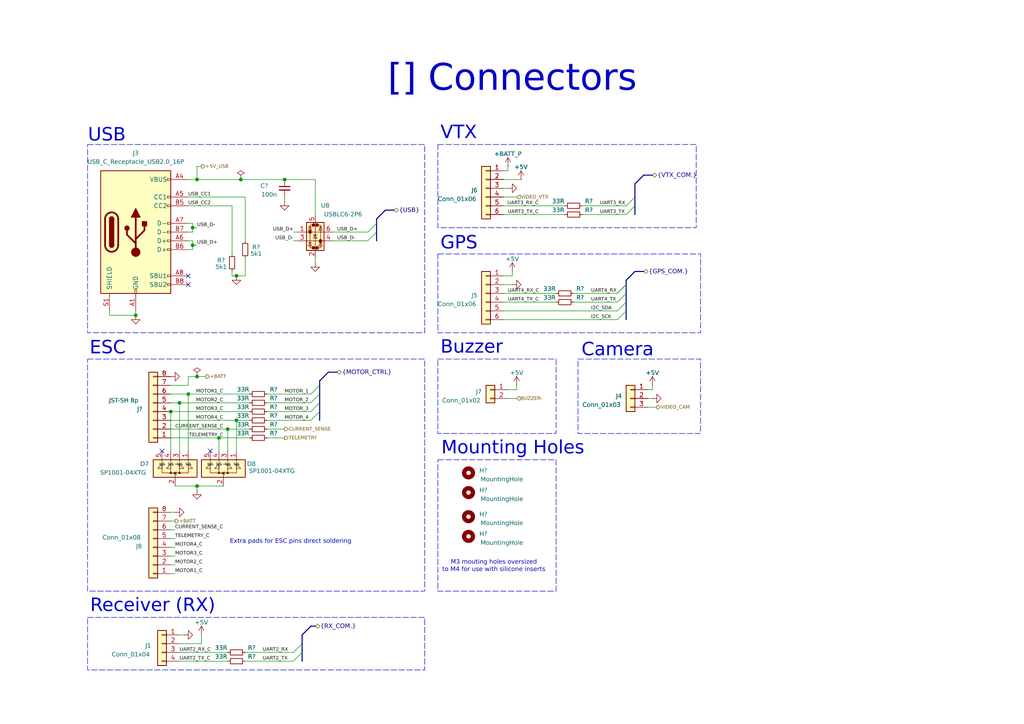
<source format=kicad_sch>
(kicad_sch (version 20231120) (generator "eeschema") (generator_version "8.0")
  (paper "A4")
  (title_block (title "Connectors") (date "2025-09-01") (rev "0.1"))
  (lib_symbols
    (symbol "+5V_1" (power) (pin_numbers hide) (pin_names (offset 0) hide)
      (property "Value" "+5V" (at 0 3.556 0))
      (symbol "+5V_1_0_1"
        (polyline (pts (xy -0.762 1.27) (xy 0 2.54)))
        (polyline (pts (xy 0 0) (xy 0 2.54)))
        (polyline (pts (xy 0 2.54) (xy 0.762 1.27)))
      )
      (symbol "+5V_1_1_1"
        (pin power_in line (at 0 0 90) (length 0) (name "~") (number "1"))
      )
    )
    (symbol "0_diode:SP1001-04XTG"
      (property "Reference" "D" (at 0 6.35 0))
      (property "Value" "SP1001-04XTG" (at 0 0 0))
      (symbol "SP1001-04XTG_0_1"
        (rectangle (start -6.35 2.54) (end 6.35 -2.54) (stroke (width 0.254)) (fill (type background)))
        (circle (center -1.27 -1.27) (radius 0.254) (fill (type outline)))
        (circle (center 0 -1.27) (radius 0.254) (fill (type outline)))
        (polyline (pts (xy -3.81 2.54) (xy -3.81 1.27)))
        (polyline (pts (xy -1.27 -1.27) (xy -1.27 1.27)))
        (polyline (pts (xy -1.27 1.27) (xy 0 1.27)))
        (polyline (pts (xy -1.27 2.54) (xy -1.27 1.27)))
        (polyline (pts (xy 0 -1.27) (xy 0 -2.54)))
        (polyline (pts (xy 1.27 2.54) (xy 1.27 1.27)))
        (polyline (pts (xy 3.81 2.54) (xy 3.81 1.27)))
        (polyline (pts (xy -0.635 1.27) (xy -2.032 1.27) (xy -2.032 1.016)))
        (polyline (pts (xy 3.81 1.27) (xy 3.81 -1.27) (xy 1.27 -1.27)))
        (polyline (pts (xy -4.572 1.016) (xy -4.572 1.27) (xy -3.175 1.27) (xy -3.048 1.27)))
        (polyline (pts (xy -3.81 1.27) (xy -3.81 -1.27) (xy 1.27 -1.27) (xy 1.27 1.27)))
        (polyline (pts (xy -3.81 1.27) (xy -3.81 0) (xy -5.08 0) (xy -3.81 1.27)))
        (polyline (pts (xy -1.27 0) (xy -2.54 0) (xy -1.27 1.27) (xy -1.27 0)))
        (polyline (pts (xy 0.508 1.016) (xy 0.508 1.27) (xy 1.905 1.27) (xy 2.032 1.27)))
        (polyline (pts (xy 1.27 1.27) (xy 1.27 0) (xy 2.54 0) (xy 1.27 1.27)))
        (polyline (pts (xy 3.048 1.016) (xy 3.048 1.27) (xy 4.445 1.27) (xy 4.572 1.27)))
        (polyline (pts (xy 3.81 1.27) (xy 3.81 0) (xy 5.08 0) (xy 3.81 1.27)))
        (circle (center 1.27 -1.27) (radius 0.254) (fill (type outline)))
      )
      (symbol "SP1001-04XTG_1_0"
        (pin passive line (at 0 -5.08 90) (length 2.54) (name "A") (number "2"))
      )
      (symbol "SP1001-04XTG_1_1"
        (pin passive line (at -3.81 5.08 270) (length 2.54) (name "K") (number "1"))
        (pin passive line (at -1.27 5.08 270) (length 2.54) (name "K") (number "3"))
        (pin passive line (at 1.27 5.08 270) (length 2.54) (name "K") (number "4"))
        (pin passive line (at 3.81 5.08 270) (length 2.54) (name "K") (number "5"))
      )
    )
    (symbol "0_power:+BATT_P" (power) (in_bom no) (on_board no)
      (property "Value" "+BATT_P" (at 0 1.27 0))
      (symbol "+BATT_P_0_1"
        (polyline (pts (xy -0.762 -1.27) (xy 0 0)))
        (polyline (pts (xy 0 -2.54) (xy 0 0)))
        (polyline (pts (xy 0 0) (xy 0.762 -1.27)))
      )
      (symbol "+BATT_P_1_1"
        (pin power_in line (at 0 -2.54 270) (length 0) hide (name "+BATT_P") (number ""))
      )
    )
    (symbol "Connector:USB_C_Receptacle_USB2.0_16P" (pin_names (offset 1.016))
      (property "Reference" "J" (at 0 22.225 0))
      (property "Value" "USB_C_Receptacle_USB2.0_16P" (at 0 19.685 0))
      (symbol "USB_C_Receptacle_USB2.0_16P_0_0"
        (rectangle (start -0.254 -17.78) (end 0.254 -16.764))
        (rectangle (start 10.16 -14.986) (end 9.144 -15.494))
        (rectangle (start 10.16 -12.446) (end 9.144 -12.954))
        (rectangle (start 10.16 -4.826) (end 9.144 -5.334))
        (rectangle (start 10.16 -2.286) (end 9.144 -2.794))
        (rectangle (start 10.16 0.254) (end 9.144 -0.254))
        (rectangle (start 10.16 2.794) (end 9.144 2.286))
        (rectangle (start 10.16 7.874) (end 9.144 7.366))
        (rectangle (start 10.16 10.414) (end 9.144 9.906))
        (rectangle (start 10.16 15.494) (end 9.144 14.986))
      )
      (symbol "USB_C_Receptacle_USB2.0_16P_0_1"
        (rectangle (start -10.16 17.78) (end 10.16 -17.78) (stroke (width 0.254)) (fill (type background)))
        (arc (start -8.89 -3.81) (mid -6.985 -5.7067) (end -5.08 -3.81) (stroke (width 0.508)))
        (arc (start -7.62 -3.81) (mid -6.985 -4.4423) (end -6.35 -3.81) (stroke (width 0.254)))
        (arc (start -7.62 -3.81) (mid -6.985 -4.4423) (end -6.35 -3.81) (stroke (width 0.254)) (fill (type outline)))
        (rectangle (start -7.62 -3.81) (end -6.35 3.81) (stroke (width 0.254)) (fill (type outline)))
        (arc (start -6.35 3.81) (mid -6.985 4.4423) (end -7.62 3.81) (stroke (width 0.254)))
        (arc (start -6.35 3.81) (mid -6.985 4.4423) (end -7.62 3.81) (stroke (width 0.254)) (fill (type outline)))
        (arc (start -5.08 3.81) (mid -6.985 5.7067) (end -8.89 3.81) (stroke (width 0.508)))
        (circle (center -2.54 1.143) (radius 0.635) (stroke (width 0.254)) (fill (type outline)))
        (circle (center 0 -5.842) (radius 1.27) (fill (type outline)))
        (polyline (pts (xy -8.89 -3.81) (xy -8.89 3.81)) (stroke (width 0.508)))
        (polyline (pts (xy -5.08 3.81) (xy -5.08 -3.81)) (stroke (width 0.508)))
        (polyline (pts (xy 0 -5.842) (xy 0 4.318)) (stroke (width 0.508)))
        (polyline (pts (xy 0 -3.302) (xy -2.54 -0.762) (xy -2.54 0.508)) (stroke (width 0.508)))
        (polyline (pts (xy 0 -2.032) (xy 2.54 0.508) (xy 2.54 1.778)) (stroke (width 0.508)))
        (polyline (pts (xy -1.27 4.318) (xy 0 6.858) (xy 1.27 4.318) (xy -1.27 4.318)) (stroke (width 0.254)) (fill (type outline)))
        (rectangle (start 1.905 1.778) (end 3.175 3.048) (stroke (width 0.254)) (fill (type outline)))
      )
      (symbol "USB_C_Receptacle_USB2.0_16P_1_1"
        (pin passive line (at 0 -22.86 90) (length 5.08) (name "GND") (number "A1"))
        (pin passive line (at 0 -22.86 90) (length 5.08) hide (name "GND") (number "A12"))
        (pin passive line (at 15.24 15.24 180) (length 5.08) (name "VBUS") (number "A4"))
        (pin bidirectional line (at 15.24 10.16 180) (length 5.08) (name "CC1") (number "A5"))
        (pin bidirectional line (at 15.24 -2.54 180) (length 5.08) (name "D+") (number "A6"))
        (pin bidirectional line (at 15.24 2.54 180) (length 5.08) (name "D-") (number "A7"))
        (pin bidirectional line (at 15.24 -12.7 180) (length 5.08) (name "SBU1") (number "A8"))
        (pin passive line (at 15.24 15.24 180) (length 5.08) hide (name "VBUS") (number "A9"))
        (pin passive line (at 0 -22.86 90) (length 5.08) hide (name "GND") (number "B1"))
        (pin passive line (at 0 -22.86 90) (length 5.08) hide (name "GND") (number "B12"))
        (pin passive line (at 15.24 15.24 180) (length 5.08) hide (name "VBUS") (number "B4"))
        (pin bidirectional line (at 15.24 7.62 180) (length 5.08) (name "CC2") (number "B5"))
        (pin bidirectional line (at 15.24 -5.08 180) (length 5.08) (name "D+") (number "B6"))
        (pin bidirectional line (at 15.24 0 180) (length 5.08) (name "D-") (number "B7"))
        (pin bidirectional line (at 15.24 -15.24 180) (length 5.08) (name "SBU2") (number "B8"))
        (pin passive line (at 15.24 15.24 180) (length 5.08) hide (name "VBUS") (number "B9"))
        (pin passive line (at -7.62 -22.86 90) (length 5.08) (name "SHIELD") (number "S1"))
      )
    )
    (symbol "Connector_Generic:Conn_01x02" (pin_names (offset 1.016) hide)
      (property "Reference" "J" (at 0 2.54 0))
      (property "Value" "Conn_01x02" (at 0 -5.08 0))
      (symbol "Conn_01x02_1_1"
        (rectangle (start -1.27 -2.413) (end 0 -2.667) (stroke (width 0.1524)))
        (rectangle (start -1.27 0.127) (end 0 -0.127) (stroke (width 0.1524)))
        (rectangle (start -1.27 1.27) (end 1.27 -3.81) (stroke (width 0.254)) (fill (type background)))
        (pin passive line (at -5.08 0 0) (length 3.81) (name "Pin_1") (number "1"))
        (pin passive line (at -5.08 -2.54 0) (length 3.81) (name "Pin_2") (number "2"))
      )
    )
    (symbol "Connector_Generic:Conn_01x03" (pin_names (offset 1.016) hide)
      (property "Reference" "J" (at 0 5.08 0))
      (property "Value" "Conn_01x03" (at 0 -5.08 0))
      (symbol "Conn_01x03_1_1"
        (rectangle (start -1.27 -2.413) (end 0 -2.667) (stroke (width 0.1524)))
        (rectangle (start -1.27 0.127) (end 0 -0.127) (stroke (width 0.1524)))
        (rectangle (start -1.27 2.667) (end 0 2.413) (stroke (width 0.1524)))
        (rectangle (start -1.27 3.81) (end 1.27 -3.81) (stroke (width 0.254)) (fill (type background)))
        (pin passive line (at -5.08 2.54 0) (length 3.81) (name "Pin_1") (number "1"))
        (pin passive line (at -5.08 0 0) (length 3.81) (name "Pin_2") (number "2"))
        (pin passive line (at -5.08 -2.54 0) (length 3.81) (name "Pin_3") (number "3"))
      )
    )
    (symbol "Connector_Generic:Conn_01x04" (pin_names (offset 1.016) hide)
      (property "Reference" "J" (at 0 5.08 0))
      (property "Value" "Conn_01x04" (at 0 -7.62 0))
      (symbol "Conn_01x04_1_1"
        (rectangle (start -1.27 -4.953) (end 0 -5.207) (stroke (width 0.1524)))
        (rectangle (start -1.27 -2.413) (end 0 -2.667) (stroke (width 0.1524)))
        (rectangle (start -1.27 0.127) (end 0 -0.127) (stroke (width 0.1524)))
        (rectangle (start -1.27 2.667) (end 0 2.413) (stroke (width 0.1524)))
        (rectangle (start -1.27 3.81) (end 1.27 -6.35) (stroke (width 0.254)) (fill (type background)))
        (pin passive line (at -5.08 2.54 0) (length 3.81) (name "Pin_1") (number "1"))
        (pin passive line (at -5.08 0 0) (length 3.81) (name "Pin_2") (number "2"))
        (pin passive line (at -5.08 -2.54 0) (length 3.81) (name "Pin_3") (number "3"))
        (pin passive line (at -5.08 -5.08 0) (length 3.81) (name "Pin_4") (number "4"))
      )
    )
    (symbol "Connector_Generic:Conn_01x06" (pin_names (offset 1.016) hide)
      (property "Reference" "J" (at 0 7.62 0))
      (property "Value" "Conn_01x06" (at 0 -10.16 0))
      (symbol "Conn_01x06_1_1"
        (rectangle (start -1.27 -7.493) (end 0 -7.747) (stroke (width 0.1524)))
        (rectangle (start -1.27 -4.953) (end 0 -5.207) (stroke (width 0.1524)))
        (rectangle (start -1.27 -2.413) (end 0 -2.667) (stroke (width 0.1524)))
        (rectangle (start -1.27 0.127) (end 0 -0.127) (stroke (width 0.1524)))
        (rectangle (start -1.27 2.667) (end 0 2.413) (stroke (width 0.1524)))
        (rectangle (start -1.27 5.207) (end 0 4.953) (stroke (width 0.1524)))
        (rectangle (start -1.27 6.35) (end 1.27 -8.89) (stroke (width 0.254)) (fill (type background)))
        (pin passive line (at -5.08 5.08 0) (length 3.81) (name "Pin_1") (number "1"))
        (pin passive line (at -5.08 2.54 0) (length 3.81) (name "Pin_2") (number "2"))
        (pin passive line (at -5.08 0 0) (length 3.81) (name "Pin_3") (number "3"))
        (pin passive line (at -5.08 -2.54 0) (length 3.81) (name "Pin_4") (number "4"))
        (pin passive line (at -5.08 -5.08 0) (length 3.81) (name "Pin_5") (number "5"))
        (pin passive line (at -5.08 -7.62 0) (length 3.81) (name "Pin_6") (number "6"))
      )
    )
    (symbol "Connector_Generic:Conn_01x08" (pin_names (offset 1.016) hide)
      (property "Reference" "J" (at 0 10.16 0))
      (property "Value" "Conn_01x08" (at 0 -12.7 0))
      (symbol "Conn_01x08_1_1"
        (rectangle (start -1.27 -10.033) (end 0 -10.287) (stroke (width 0.1524)))
        (rectangle (start -1.27 -7.493) (end 0 -7.747) (stroke (width 0.1524)))
        (rectangle (start -1.27 -4.953) (end 0 -5.207) (stroke (width 0.1524)))
        (rectangle (start -1.27 -2.413) (end 0 -2.667) (stroke (width 0.1524)))
        (rectangle (start -1.27 0.127) (end 0 -0.127) (stroke (width 0.1524)))
        (rectangle (start -1.27 2.667) (end 0 2.413) (stroke (width 0.1524)))
        (rectangle (start -1.27 5.207) (end 0 4.953) (stroke (width 0.1524)))
        (rectangle (start -1.27 7.747) (end 0 7.493) (stroke (width 0.1524)))
        (rectangle (start -1.27 8.89) (end 1.27 -11.43) (stroke (width 0.254)) (fill (type background)))
        (pin passive line (at -5.08 7.62 0) (length 3.81) (name "Pin_1") (number "1"))
        (pin passive line (at -5.08 5.08 0) (length 3.81) (name "Pin_2") (number "2"))
        (pin passive line (at -5.08 2.54 0) (length 3.81) (name "Pin_3") (number "3"))
        (pin passive line (at -5.08 0 0) (length 3.81) (name "Pin_4") (number "4"))
        (pin passive line (at -5.08 -2.54 0) (length 3.81) (name "Pin_5") (number "5"))
        (pin passive line (at -5.08 -5.08 0) (length 3.81) (name "Pin_6") (number "6"))
        (pin passive line (at -5.08 -7.62 0) (length 3.81) (name "Pin_7") (number "7"))
        (pin passive line (at -5.08 -10.16 0) (length 3.81) (name "Pin_8") (number "8"))
      )
    )
    (symbol "Device:C_Small" (pin_numbers hide) (pin_names (offset 0.254) hide)
      (property "Reference" "C" (at 0.254 1.778 0))
      (property "Value" "C_Small" (at 0.254 -2.032 0))
      (symbol "C_Small_0_1"
        (polyline (pts (xy -1.524 -0.508) (xy 1.524 -0.508)) (stroke (width 0.3302)))
        (polyline (pts (xy -1.524 0.508) (xy 1.524 0.508)) (stroke (width 0.3048)))
      )
      (symbol "C_Small_1_1"
        (pin passive line (at 0 2.54 270) (length 2.032) (name "~") (number "1"))
        (pin passive line (at 0 -2.54 90) (length 2.032) (name "~") (number "2"))
      )
    )
    (symbol "Device:R_Small" (pin_numbers hide) (pin_names (offset 0.254) hide)
      (property "Reference" "R" (at 0.762 0.508 0))
      (property "Value" "R_Small" (at 0.762 -1.016 0))
      (symbol "R_Small_0_1"
        (rectangle (start -0.762 1.778) (end 0.762 -1.778) (stroke (width 0.2032)))
      )
      (symbol "R_Small_1_1"
        (pin passive line (at 0 2.54 270) (length 0.762) (name "~") (number "1"))
        (pin passive line (at 0 -2.54 90) (length 0.762) (name "~") (number "2"))
      )
    )
    (symbol "GND_1" (power) (pin_numbers hide) (pin_names (offset 0) hide)
      (property "Value" "GND" (at 0 -3.81 0))
      (symbol "GND_1_0_1"
        (polyline (pts (xy 0 0) (xy 0 -1.27) (xy 1.27 -1.27) (xy 0 -2.54) (xy -1.27 -1.27) (xy 0 -1.27)))
      )
      (symbol "GND_1_1_1"
        (pin power_in line (at 0 0 270) (length 0) (name "~") (number "1"))
      )
    )
    (symbol "Mechanical:MountingHole" (pin_names (offset 1.016))
      (property "Reference" "H" (at 0 5.08 0))
      (property "Value" "MountingHole" (at 0 3.175 0))
      (symbol "MountingHole_0_1"
        (circle (center 0 0) (radius 1.27) (stroke (width 1.27)))
      )
    )
    (symbol "Power_Protection:USBLC6-2P6" (pin_names hide)
      (property "Reference" "U" (at 0.635 5.715 0))
      (property "Value" "USBLC6-2P6" (at 0.635 3.81 0))
      (symbol "USBLC6-2P6_0_0"
        (circle (center -1.524 0) (radius 0.0001) (stroke (width 0.508)))
        (circle (center -0.508 -4.572) (radius 0.0001) (stroke (width 0.508)))
        (circle (center -0.508 2.032) (radius 0.0001) (stroke (width 0.508)))
        (circle (center 0.508 -4.572) (radius 0.0001) (stroke (width 0.508)))
        (circle (center 0.508 2.032) (radius 0.0001) (stroke (width 0.508)))
        (circle (center 1.524 -2.54) (radius 0.0001) (stroke (width 0.508)))
      )
      (symbol "USBLC6-2P6_0_1"
        (polyline (pts (xy -2.54 -2.54) (xy 2.54 -2.54)))
        (polyline (pts (xy -2.54 0) (xy 2.54 0)))
        (polyline (pts (xy -2.032 -3.048) (xy -1.016 -3.048)))
        (polyline (pts (xy -1.016 1.524) (xy -2.032 1.524)))
        (polyline (pts (xy 1.016 -3.048) (xy 2.032 -3.048)))
        (polyline (pts (xy 1.016 1.524) (xy 2.032 1.524)))
        (polyline (pts (xy -0.508 -1.143) (xy -0.508 -0.762) (xy 0.508 -0.762)))
        (polyline (pts (xy -2.032 0.508) (xy -1.016 0.508) (xy -1.524 1.524) (xy -2.032 0.508)))
        (polyline (pts (xy -1.016 -4.064) (xy -2.032 -4.064) (xy -1.524 -3.048) (xy -1.016 -4.064)))
        (polyline (pts (xy 0.508 -1.778) (xy -0.508 -1.778) (xy 0 -0.762) (xy 0.508 -1.778)))
        (polyline (pts (xy 2.032 -4.064) (xy 1.016 -4.064) (xy 1.524 -3.048) (xy 2.032 -4.064)))
        (polyline (pts (xy 2.032 0.508) (xy 1.016 0.508) (xy 1.524 1.524) (xy 2.032 0.508)))
        (polyline (pts (xy 0 2.54) (xy -0.508 2.032) (xy 0.508 2.032) (xy 0 1.524) (xy 0 -4.064) (xy -0.508 -4.572) (xy 0.508 -4.572) (xy 0 -5.08)))
      )
      (symbol "USBLC6-2P6_1_1"
        (rectangle (start -2.54 2.794) (end 2.54 -5.334) (stroke (width 0.254)) (fill (type background)))
        (polyline (pts (xy -0.508 2.032) (xy -1.524 2.032) (xy -1.524 -4.572) (xy -0.508 -4.572)))
        (polyline (pts (xy 0.508 -4.572) (xy 1.524 -4.572) (xy 1.524 2.032) (xy 0.508 2.032)))
        (pin passive line (at -5.08 0 0) (length 2.54) (name "I/O1") (number "1"))
        (pin passive line (at 0 -7.62 90) (length 2.54) (name "GND") (number "2"))
        (pin passive line (at -5.08 -2.54 0) (length 2.54) (name "I/O2") (number "3"))
        (pin passive line (at 5.08 -2.54 180) (length 2.54) (name "I/O2") (number "4"))
        (pin passive line (at 0 5.08 270) (length 2.54) (name "VBUS") (number "5"))
        (pin passive line (at 5.08 0 180) (length 2.54) (name "I/O1") (number "6"))
      )
    )
    (symbol "power:PWR_FLAG" (power) (pin_numbers hide) (pin_names (offset 0) hide)
      (property "Value" "PWR_FLAG" (at 0 3.81 0))
      (symbol "PWR_FLAG_0_0"
        (pin power_out line (at 0 0 90) (length 0) (name "~") (number "1"))
      )
      (symbol "PWR_FLAG_0_1"
        (polyline (pts (xy 0 0) (xy 0 1.27) (xy -1.016 1.905) (xy 0 2.54) (xy 1.016 1.905) (xy 0 1.27)))
      )
    )
  )
  (bus_alias "GPS_COM." (members "I2C_SDA" "I2C_SCK" "UART4_RX" "UART4_TX"))
  (bus_alias "MOTOR_CTRL" (members "MOTOR_1" "MOTOR_2" "MOTOR_3" "MOTOR_4"))
  (bus_alias "RX_COM." (members "UART2_RX" "UART2_TX"))
  (bus_alias "USB" (members "USB_D+" "USB_D-"))
  (bus_alias "VTX_COM." (members "UART3_RX" "UART3_TX"))
  (junction (at 82.55 52.07))
  (junction (at 39.37 91.44))
  (junction (at 49.53 119.38))
  (junction (at 63.5 127))
  (junction (at 68.58 80.01))
  (junction (at 66.04 124.46))
  (junction (at 57.15 109.22))
  (junction (at 57.15 52.07))
  (junction (at 68.58 121.92))
  (junction (at 55.88 66.04))
  (junction (at 54.61 114.3))
  (junction (at 69.85 52.07))
  (junction (at 52.07 116.84))
  (junction (at 57.15 140.97))
  (junction (at 55.88 71.12))
  (no_connect (at 54.61 80.01))
  (no_connect (at 46.99 130.81))
  (no_connect (at 60.96 130.81))
  (no_connect (at 54.61 82.55))
  (bus_entry (at 92.71 111.76) (size -2.54 2.54))
  (bus_entry (at 87.63 189.23) (size -2.54 2.54))
  (bus_entry (at 87.63 186.69) (size -2.54 2.54))
  (bus_entry (at 184.15 57.15) (size -2.54 2.54))
  (bus_entry (at 181.61 82.55) (size -2.54 2.54))
  (bus_entry (at 181.61 85.09) (size -2.54 2.54))
  (bus_entry (at 109.22 67.31) (size -2.54 2.54))
  (bus_entry (at 181.61 90.17) (size -2.54 2.54))
  (bus_entry (at 92.71 116.84) (size -2.54 2.54))
  (bus_entry (at 181.61 82.55) (size -2.54 2.54))
  (bus_entry (at 92.71 114.3) (size -2.54 2.54))
  (bus_entry (at 92.71 119.38) (size -2.54 2.54))
  (bus_entry (at 109.22 64.77) (size -2.54 2.54))
  (bus_entry (at 184.15 59.69) (size -2.54 2.54))
  (bus_entry (at 181.61 87.63) (size -2.54 2.54))
  (bus (pts (xy 109.22 64.77) (xy 109.22 67.31)))
  (bus (pts (xy 95.25 107.95) (xy 97.79 107.95)))
  (wire (pts (xy 55.88 67.31) (xy 55.88 66.04)))
  (bus (pts (xy 184.15 78.74) (xy 186.69 78.74)))
  (wire (pts (xy 68.58 80.01) (xy 71.12 80.01)))
  (wire (pts (xy 49.53 158.75) (xy 50.8 158.75)))
  (wire (pts (xy 77.47 114.3) (xy 90.17 114.3)))
  (wire (pts (xy 72.39 121.92) (xy 68.58 121.92)))
  (wire (pts (xy 49.53 166.37) (xy 50.8 166.37)))
  (wire (pts (xy 31.75 91.44) (xy 39.37 91.44)))
  (wire (pts (xy 147.32 48.26) (xy 147.32 49.53)))
  (bus (pts (xy 184.15 57.15) (xy 184.15 59.69)))
  (wire (pts (xy 54.61 114.3) (xy 72.39 114.3)))
  (bus (pts (xy 184.15 78.74) (xy 181.61 81.28)))
  (wire (pts (xy 85.09 69.85) (xy 86.36 69.85)))
  (wire (pts (xy 146.05 80.01) (xy 148.59 80.01)))
  (wire (pts (xy 77.47 121.92) (xy 90.17 121.92)))
  (wire (pts (xy 57.15 48.26) (xy 57.15 52.07)))
  (wire (pts (xy 54.61 69.85) (xy 55.88 69.85)))
  (wire (pts (xy 49.53 161.29) (xy 50.8 161.29)))
  (wire (pts (xy 52.07 189.23) (xy 66.04 189.23)))
  (wire (pts (xy 57.15 52.07) (xy 69.85 52.07)))
  (wire (pts (xy 151.13 52.07) (xy 146.05 52.07)))
  (wire (pts (xy 67.31 73.66) (xy 67.31 59.69)))
  (wire (pts (xy 148.59 82.55) (xy 146.05 82.55)))
  (bus (pts (xy 92.71 114.3) (xy 92.71 116.84)))
  (wire (pts (xy 146.05 87.63) (xy 161.29 87.63)))
  (wire (pts (xy 147.32 54.61) (xy 146.05 54.61)))
  (wire (pts (xy 53.34 184.15) (xy 52.07 184.15)))
  (wire (pts (xy 146.05 90.17) (xy 179.07 90.17)))
  (wire (pts (xy 77.47 124.46) (xy 82.55 124.46)))
  (wire (pts (xy 166.37 87.63) (xy 179.07 87.63)))
  (wire (pts (xy 54.61 114.3) (xy 49.53 114.3)))
  (wire (pts (xy 57.15 109.22) (xy 59.69 109.22)))
  (wire (pts (xy 168.91 62.23) (xy 181.61 62.23)))
  (wire (pts (xy 187.96 113.03) (xy 189.23 113.03)))
  (wire (pts (xy 63.5 127) (xy 72.39 127)))
  (wire (pts (xy 146.05 85.09) (xy 161.29 85.09)))
  (wire (pts (xy 149.86 113.03) (xy 147.32 113.03)))
  (wire (pts (xy 49.53 111.76) (xy 54.61 111.76)))
  (wire (pts (xy 71.12 189.23) (xy 85.09 189.23)))
  (wire (pts (xy 91.44 74.93) (xy 91.44 76.2)))
  (wire (pts (xy 67.31 80.01) (xy 68.58 80.01)))
  (bus (pts (xy 109.22 67.31) (xy 109.22 69.85)))
  (wire (pts (xy 146.05 59.69) (xy 163.83 59.69)))
  (wire (pts (xy 68.58 121.92) (xy 68.58 130.81)))
  (bus (pts (xy 186.69 50.8) (xy 189.23 50.8)))
  (bus (pts (xy 90.17 181.61) (xy 91.44 181.61)))
  (bus (pts (xy 181.61 85.09) (xy 181.61 87.63)))
  (wire (pts (xy 55.88 66.04) (xy 57.15 66.04)))
  (wire (pts (xy 57.15 140.97) (xy 57.15 142.24)))
  (bus (pts (xy 181.61 87.63) (xy 181.61 90.17)))
  (wire (pts (xy 55.88 71.12) (xy 55.88 69.85)))
  (wire (pts (xy 49.53 127) (xy 63.5 127)))
  (bus (pts (xy 181.61 90.17) (xy 181.61 92.71)))
  (wire (pts (xy 82.55 58.42) (xy 82.55 57.15)))
  (wire (pts (xy 49.53 124.46) (xy 66.04 124.46)))
  (wire (pts (xy 31.75 90.17) (xy 31.75 91.44)))
  (wire (pts (xy 49.53 121.92) (xy 68.58 121.92)))
  (wire (pts (xy 148.59 80.01) (xy 148.59 78.74)))
  (wire (pts (xy 54.61 109.22) (xy 57.15 109.22)))
  (bus (pts (xy 109.22 63.5) (xy 109.22 64.77)))
  (wire (pts (xy 69.85 52.07) (xy 82.55 52.07)))
  (bus (pts (xy 87.63 186.69) (xy 87.63 189.23)))
  (bus (pts (xy 186.69 50.8) (xy 184.15 53.34)))
  (wire (pts (xy 54.61 67.31) (xy 55.88 67.31)))
  (wire (pts (xy 96.52 69.85) (xy 106.68 69.85)))
  (wire (pts (xy 57.15 140.97) (xy 50.8 140.97)))
  (bus (pts (xy 181.61 82.55) (xy 181.61 85.09)))
  (bus (pts (xy 111.76 60.96) (xy 109.22 63.5)))
  (wire (pts (xy 189.23 113.03) (xy 189.23 111.76)))
  (wire (pts (xy 39.37 90.17) (xy 39.37 91.44)))
  (wire (pts (xy 146.05 62.23) (xy 163.83 62.23)))
  (wire (pts (xy 77.47 116.84) (xy 90.17 116.84)))
  (wire (pts (xy 85.09 67.31) (xy 86.36 67.31)))
  (wire (pts (xy 77.47 119.38) (xy 90.17 119.38)))
  (wire (pts (xy 146.05 57.15) (xy 149.86 57.15)))
  (wire (pts (xy 49.53 148.59) (xy 50.8 148.59)))
  (wire (pts (xy 166.37 85.09) (xy 179.07 85.09)))
  (wire (pts (xy 52.07 186.69) (xy 58.42 186.69)))
  (wire (pts (xy 66.04 124.46) (xy 72.39 124.46)))
  (wire (pts (xy 52.07 116.84) (xy 49.53 116.84)))
  (wire (pts (xy 187.96 118.11) (xy 190.5 118.11)))
  (bus (pts (xy 87.63 189.23) (xy 87.63 191.77)))
  (wire (pts (xy 146.05 49.53) (xy 147.32 49.53)))
  (wire (pts (xy 55.88 66.04) (xy 55.88 64.77)))
  (bus (pts (xy 87.63 184.15) (xy 87.63 186.69)))
  (wire (pts (xy 54.61 64.77) (xy 55.88 64.77)))
  (wire (pts (xy 55.88 72.39) (xy 55.88 71.12)))
  (wire (pts (xy 49.53 151.13) (xy 50.8 151.13)))
  (wire (pts (xy 82.55 52.07) (xy 91.44 52.07)))
  (wire (pts (xy 57.15 48.26) (xy 58.42 48.26)))
  (bus (pts (xy 184.15 53.34) (xy 184.15 57.15)))
  (bus (pts (xy 181.61 81.28) (xy 181.61 82.55)))
  (bus (pts (xy 111.76 60.96) (xy 114.3 60.96)))
  (wire (pts (xy 52.07 191.77) (xy 66.04 191.77)))
  (wire (pts (xy 71.12 74.93) (xy 71.12 80.01)))
  (wire (pts (xy 55.88 71.12) (xy 57.15 71.12)))
  (wire (pts (xy 54.61 72.39) (xy 55.88 72.39)))
  (wire (pts (xy 52.07 116.84) (xy 72.39 116.84)))
  (bus (pts (xy 92.71 116.84) (xy 92.71 119.38)))
  (wire (pts (xy 49.53 153.67) (xy 50.8 153.67)))
  (wire (pts (xy 149.86 111.76) (xy 149.86 113.03)))
  (bus (pts (xy 92.71 119.38) (xy 92.71 121.92)))
  (wire (pts (xy 52.07 116.84) (xy 52.07 130.81)))
  (bus (pts (xy 95.25 107.95) (xy 92.71 110.49)))
  (wire (pts (xy 63.5 127) (xy 63.5 130.81)))
  (wire (pts (xy 71.12 57.15) (xy 71.12 69.85)))
  (wire (pts (xy 67.31 78.74) (xy 67.31 80.01)))
  (wire (pts (xy 147.32 115.57) (xy 149.86 115.57)))
  (wire (pts (xy 49.53 156.21) (xy 50.8 156.21)))
  (bus (pts (xy 92.71 110.49) (xy 92.71 111.76)))
  (wire (pts (xy 49.53 119.38) (xy 49.53 130.81)))
  (wire (pts (xy 49.53 163.83) (xy 50.8 163.83)))
  (bus (pts (xy 92.71 111.76) (xy 92.71 114.3)))
  (bus (pts (xy 90.17 181.61) (xy 87.63 184.15)))
  (wire (pts (xy 77.47 127) (xy 82.55 127)))
  (wire (pts (xy 168.91 59.69) (xy 181.61 59.69)))
  (wire (pts (xy 64.77 140.97) (xy 57.15 140.97)))
  (wire (pts (xy 66.04 124.46) (xy 66.04 130.81)))
  (wire (pts (xy 54.61 57.15) (xy 71.12 57.15)))
  (wire (pts (xy 187.96 115.57) (xy 189.23 115.57)))
  (wire (pts (xy 54.61 109.22) (xy 54.61 111.76)))
  (wire (pts (xy 49.53 119.38) (xy 72.39 119.38)))
  (wire (pts (xy 57.15 52.07) (xy 54.61 52.07)))
  (wire (pts (xy 67.31 59.69) (xy 54.61 59.69)))
  (wire (pts (xy 91.44 52.07) (xy 91.44 62.23)))
  (wire (pts (xy 146.05 92.71) (xy 179.07 92.71)))
  (wire (pts (xy 58.42 186.69) (xy 58.42 184.15)))
  (bus (pts (xy 184.15 59.69) (xy 184.15 62.23)))
  (wire (pts (xy 96.52 67.31) (xy 106.68 67.31)))
  (wire (pts (xy 54.61 114.3) (xy 54.61 130.81)))
  (wire (pts (xy 71.12 191.77) (xy 85.09 191.77)))
  (rectangle (start 25.4 179.07) (end 123.19 194.31) (stroke (width 0) (type dash)))
  (rectangle (start 127 41.91) (end 201.93 66.04) (stroke (width 0) (type dash)))
  (rectangle (start 25.4 104.14) (end 123.19 171.45) (stroke (width 0) (type dash)))
  (rectangle (start 127 73.66) (end 203.2 96.52) (stroke (width 0) (type dash)))
  (rectangle (start 127 133.35) (end 161.29 171.45) (stroke (width 0) (type dash)))
  (rectangle (start 167.64 104.14) (end 203.2 125.73) (stroke (width 0) (type dash)))
  (rectangle (start 127 104.14) (end 161.29 125.73) (stroke (width 0) (type dash)))
  (rectangle (start 25.4 41.91) (end 123.19 96.52) (stroke (width 0) (type dash)))
  (text_box "[${#}] ${TITLE}" (at 11.43 12.7 0) (size 274.32 22.86) (stroke (width -0.0001)) (effects (font (size 7.62 7.62)) (justify top)))
  (text "Camera" (at 168.656 104.902 0) (effects (font (size 3.81 3.81) (thickness 0.4763)) (justify left bottom)))
  (text "M3 mouting holes oversized \nto M4 for use with silicone inserts " (at 143.51 164.592 0) (effects (font (size 1.27 1.27))))
  (text "Mounting Holes" (at 128.016 133.35 0) (effects (font (size 3.81 3.81) (thickness 0.4763)) (justify left bottom)))
  (text "Receiver (RX)" (at 26.162 179.07 0) (effects (font (size 3.81 3.81) (thickness 0.4763)) (justify left bottom)))
  (text "ESC" (at 31.242 102.108 0) (effects (font (size 3.81 3.81))))
  (text "Buzzer" (at 127.762 104.14 0) (effects (font (size 3.81 3.81) (thickness 0.4763)) (justify left bottom)))
  (text "VTX" (at 127.762 41.91 0) (effects (font (size 3.81 3.81) (thickness 0.5)) (justify left bottom)))
  (text "Extra pads for ESC pins direct soldering " (at 84.582 157.48 0) (effects (font (size 1.27 1.27))))
  (text "GPS" (at 127.762 73.914 0) (effects (font (size 3.81 3.81) (thickness 0.4763)) (justify left bottom)))
  (text "USB" (at 30.988 40.386 0) (effects (font (size 3.81 3.81))))
  (label "I2C_SCK" (at 171.45 92.71 0) (effects (font (size 1.016 1.016))))
  (label "UART2_RX" (at 76.2 189.23 0) (effects (font (size 1.016 1.016))))
  (label "I2C_SDA" (at 171.45 90.17 0) (effects (font (size 1.016 1.016))))
  (label "UART4_RX" (at 171.45 85.09 0) (effects (font (size 1.016 1.016))))
  (label "MOTOR2_C" (at 50.8 163.83 0) (effects (font (size 1.016 1.016))))
  (label "USB_D-" (at 97.79 69.85 0) (effects (font (size 1.016 1.016))))
  (label "MOTOR_2" (at 82.55 116.84 0) (effects (font (size 1.016 1.016))))
  (label "UART2_TX_C" (at 52.07 191.77 0) (effects (font (size 1.016 1.016))))
  (label "UART2_RX_C" (at 52.07 189.23 0) (effects (font (size 1.016 1.016))))
  (label "CURRENT_SENSE_C" (at 50.8 153.67 0) (effects (font (size 1.016 1.016))))
  (label "MOTOR3_C" (at 64.77 119.38 180) (effects (font (size 1.016 1.016))))
  (label "UART4_TX_C" (at 147.32 87.63 0) (effects (font (size 1.016 1.016))))
  (label "MOTOR_4" (at 82.55 121.92 0) (effects (font (size 1.016 1.016))))
  (label "MOTOR_3" (at 82.55 119.38 0) (effects (font (size 1.016 1.016))))
  (label "USB_D+" (at 57.15 71.12 0) (effects (font (size 1.016 1.016))))
  (label "UART4_TX" (at 171.45 87.63 0) (effects (font (size 1.016 1.016))))
  (label "UART3_RX_C" (at 156.21 59.69 180) (effects (font (size 1.016 1.016))))
  (label "USB_CC1" (at 54.61 57.15 0) (effects (font (size 1.016 1.016))))
  (label "UART3_RX" (at 173.99 59.69 0) (effects (font (size 1.016 1.016))))
  (label "UART3_TX_C" (at 156.21 62.23 180) (effects (font (size 1.016 1.016))))
  (label "USB_D-" (at 57.15 66.04 0) (effects (font (size 1.016 1.016))))
  (label "MOTOR2_C" (at 64.77 116.84 180) (effects (font (size 1.016 1.016))))
  (label "CURRENT_SENSE_C" (at 64.77 124.46 180) (effects (font (size 1.016 1.016))))
  (label "TELEMETRY_C" (at 50.8 156.21 0) (effects (font (size 1.016 1.016))))
  (label "MOTOR4_C" (at 64.77 121.92 180) (effects (font (size 1.016 1.016))))
  (label "UART3_TX" (at 173.99 62.23 0) (effects (font (size 1.016 1.016))))
  (label "USB_CC2" (at 54.61 59.69 0) (effects (font (size 1.016 1.016))))
  (label "USB_D+" (at 85.09 67.31 180) (effects (font (size 1.016 1.016))))
  (label "MOTOR1_C" (at 64.77 114.3 180) (effects (font (size 1.016 1.016))))
  (label "MOTOR1_C" (at 50.8 166.37 0) (effects (font (size 1.016 1.016))))
  (label "MOTOR_1" (at 82.55 114.3 0) (effects (font (size 1.016 1.016))))
  (label "TELEMETRY_C" (at 64.77 127 180) (effects (font (size 1.016 1.016))))
  (label "USB_D-" (at 85.09 69.85 180) (effects (font (size 1.016 1.016))))
  (label "MOTOR4_C" (at 50.8 158.75 0) (effects (font (size 1.016 1.016))))
  (label "UART4_RX_C" (at 147.32 85.09 0) (effects (font (size 1.016 1.016))))
  (label "MOTOR3_C" (at 50.8 161.29 0) (effects (font (size 1.016 1.016))))
  (label "USB_D+" (at 97.79 67.31 0) (effects (font (size 1.016 1.016))))
  (label "UART2_TX" (at 76.2 191.77 0) (effects (font (size 1.016 1.016))))
  (hierarchical_label "VIDEO_CAM" (shape output) (at 190.5 118.11 0) (effects (font (size 1.016 1.016))))
  (hierarchical_label "{MOTOR_CTRL}" (shape bidirectional) (at 97.79 107.95 0))
  (hierarchical_label "TELEMETRY" (shape output) (at 82.55 127 0) (effects (font (size 1.016 1.016))))
  (hierarchical_label "VIDEO_VTX" (shape input) (at 149.86 57.15 0) (effects (font (size 1.016 1.016))))
  (hierarchical_label "BUZZER-" (shape input) (at 149.86 115.57 0) (effects (font (size 1.016 1.016))))
  (hierarchical_label "+BATT" (shape output) (at 59.69 109.22 0) (effects (font (size 1.016 1.016))))
  (hierarchical_label "{GPS_COM.}" (shape bidirectional) (at 186.69 78.74 0))
  (hierarchical_label "+BATT" (shape output) (at 50.8 151.13 0) (effects (font (size 1.016 1.016))))
  (hierarchical_label "+5V_USB" (shape output) (at 58.42 48.26 0) (effects (font (size 1.016 1.016))))
  (hierarchical_label "{USB}" (shape bidirectional) (at 114.3 60.96 0))
  (hierarchical_label "CURRENT_SENSE" (shape output) (at 82.55 124.46 0) (effects (font (size 1.016 1.016))))
  (hierarchical_label "{VTX_COM.}" (shape bidirectional) (at 189.23 50.8 0))
  (hierarchical_label "{RX_COM.}" (shape bidirectional) (at 91.44 181.61 0))
  (symbol (lib_id "power:PWR_FLAG") (at 69.85 52.07 0) (unit 1)
    (property "Reference" "#FLG03" (effects (hide yes)))
    (property "Value" "PWR_FLAG" (effects (hide yes)))
    (property "Description" "Special symbol for telling ERC where power comes from" (effects (hide yes)))
  )
  (symbol (lib_name "GND_1") (lib_id "power:GND") (at 39.37 91.44 0) (unit 1)
    (property "Reference" "#PWR045" (effects (hide yes)))
    (property "Value" "GND" (effects (hide yes)))
    (property "Description" "Power symbol creates a global label with name \"GND\" , ground" (effects (hide yes)))
  )
  (symbol (lib_id "Connector_Generic:Conn_01x02") (at 142.24 113.03 0) (mirror y) (unit 1) (in_bom no)
    (property "Reference" "J7" (at 139.7 113.665 0) (effects (justify left)))
    (property "Value" "Conn_01x02" (at 139.7 116.205 0) (effects (justify left)))
    (property "Footprint" "0_connector:SolderWirePads-2x1" (effects (hide yes)))
  )
  (symbol (lib_name "GND_1") (lib_id "power:GND") (at 147.32 54.61 90) (unit 1)
    (property "Reference" "#PWR050" (effects (hide yes)))
    (property "Value" "GND" (effects (hide yes)))
    (property "Description" "Power symbol creates a global label with name \"GND\" , ground" (effects (hide yes)))
  )
  (symbol (lib_id "Mechanical:MountingHole") (at 135.89 137.16 0) (unit 1) (in_bom no)
    (property "Reference" "H?" (at 139.065 136.525 0) (effects (justify left)))
    (property "Value" "MountingHole" (at 139.065 139.065 0) (effects (justify left)))
    (property "Footprint" "MountingHole:MountingHole_4.3mm_M4" (effects (hide yes)))
    (instances (project "FlightController" (path "" (reference "H?") (unit 1)) (path "" (reference "H1") (unit 1))))
  )
  (symbol (lib_name "GND_1") (lib_id "power:GND") (at 53.34 184.15 90) (unit 1)
    (property "Reference" "#PWR041" (effects (hide yes)))
    (property "Value" "GND" (effects (hide yes)))
    (property "Description" "Power symbol creates a global label with name \"GND\" , ground" (effects (hide yes)))
  )
  (symbol (lib_id "Device:R_Small") (at 68.58 189.23 270) (mirror x) (unit 1)
    (property "Reference" "R?" (at 73.025 187.96 90))
    (property "Value" "33R" (at 64.135 187.96 90))
    (property "Footprint" "Resistor_SMD:R_0402_1005Metric" (effects (hide yes)))
    (property "Description" "Thick Film Resistors - SMD 1/16watt 33ohms 1% 100ppm" (effects (hide yes)))
    (property "Manufacturer" "Vishay / Dale" (effects (hide yes)))
    (property "Mfr Part Number" "CRCW040220K0FKED" (effects (hide yes)))
    (instances (project "FlightController" (path "" (reference "R?") (unit 1)) (path "" (reference "R33") (unit 1))))
  )
  (symbol (lib_id "Connector_Generic:Conn_01x08") (at 44.45 158.75 180) (unit 1)
    (property "Reference" "J8" (at 41.148 158.496 0) (effects (justify left)))
    (property "Value" "Conn_01x08" (at 41.148 155.956 0) (effects (justify left)))
    (property "Footprint" "0_connector:SolderWirePads-2x4" (effects (hide yes)))
  )
  (symbol (lib_id "power:PWR_FLAG") (at 57.15 109.22 0) (unit 1)
    (property "Reference" "#FLG04" (effects (hide yes)))
    (property "Value" "PWR_FLAG" (effects (hide yes)))
    (property "Description" "Special symbol for telling ERC where power comes from" (effects (hide yes)))
  )
  (symbol (lib_id "Device:R_Small") (at 71.12 72.39 180) (unit 1)
    (property "Reference" "R?" (at 74.295 71.755 0))
    (property "Value" "5k1" (at 74.295 73.66 0))
    (property "Footprint" "Resistor_SMD:R_0402_1005Metric" (effects (hide yes)))
    (property "Description" "Thick Film Resistors - SMD 1/16watt 5.1Kohms 1%" (effects (hide yes)))
    (property "Manufacturer" "Vishay / Dale" (effects (hide yes)))
    (property "Mfr Part Number" "CRCW04025K10FKED" (effects (hide yes)))
    (instances (project "FlightController" (path "" (reference "R?") (unit 1)) (path "" (reference "R26") (unit 1))))
  )
  (symbol (lib_id "0_power:+BATT_P") (at 147.32 45.72 0) (unit 1) (in_bom no) (on_board no)
    (property "Reference" "#PWR063" (effects (hide yes)))
    (property "Value" "+BATT_P" (at 147.32 44.704 0))
    (property "Description" "Power symbol creates a global label with name \"+BATT_P\"" (effects (hide yes)))
  )
  (symbol (lib_name "GND_1") (lib_id "power:GND") (at 189.23 115.57 90) (unit 1)
    (property "Reference" "#PWR046" (effects (hide yes)))
    (property "Value" "GND" (effects (hide yes)))
    (property "Description" "Power symbol creates a global label with name \"GND\" , ground" (effects (hide yes)))
  )
  (symbol (lib_id "Power_Protection:USBLC6-2P6") (at 91.44 67.31 0) (unit 1)
    (property "Reference" "U8" (at 93.0911 59.69 0) (effects (justify left)))
    (property "Value" "USBLC6-2P6" (at 93.0911 62.23 0) (effects (justify left)))
    (property "Footprint" "Package_TO_SOT_SMD:SOT-666" (effects (hide yes)))
    (property "Datasheet" "https://www.st.com/resource/en/datasheet/usblc6-2.pdf" (effects (hide yes)))
    (property "Description" "Very low capacitance ESD protection diode, 2 data-line, SOT-666" (effects (hide yes)))
    (property "Manufacturer" "STMicroelectronics" (effects (hide yes)))
    (property "Mfr Part Number" "USBLC6-2P6" (effects (hide yes)))
  )
  (symbol (lib_id "Device:R_Small") (at 74.93 119.38 270) (mirror x) (unit 1)
    (property "Reference" "R?" (at 79.375 118.11 90))
    (property "Value" "33R" (at 70.485 118.11 90))
    (property "Footprint" "Resistor_SMD:R_0402_1005Metric" (effects (hide yes)))
    (property "Description" "Thick Film Resistors - SMD 1/16watt 33ohms 1% 100ppm" (effects (hide yes)))
    (property "Manufacturer" "Vishay / Dale" (effects (hide yes)))
    (property "Mfr Part Number" "CRCW040220K0FKED" (effects (hide yes)))
    (instances (project "FlightController" (path "" (reference "R?") (unit 1)) (path "" (reference "R29") (unit 1))))
  )
  (symbol (lib_id "Device:R_Small") (at 67.31 76.2 180) (unit 1)
    (property "Reference" "R?" (at 64.135 75.565 0))
    (property "Value" "5k1" (at 64.135 77.47 0))
    (property "Footprint" "Resistor_SMD:R_0402_1005Metric" (effects (hide yes)))
    (property "Description" "Thick Film Resistors - SMD 1/16watt 5.1Kohms 1%" (effects (hide yes)))
    (property "Manufacturer" "Vishay / Dale" (effects (hide yes)))
    (property "Mfr Part Number" "CRCW04025K10FKED" (effects (hide yes)))
    (instances (project "FlightController" (path "" (reference "R?") (unit 1)) (path "" (reference "R25") (unit 1))))
  )
  (symbol (lib_id "Connector_Generic:Conn_01x04") (at 46.99 186.69 0) (mirror y) (unit 1) (in_bom no)
    (property "Reference" "J1" (at 43.815 187.325 0) (effects (justify left)))
    (property "Value" "Conn_01x04" (at 43.815 189.865 0) (effects (justify left)))
    (property "Footprint" "0_connector:SolderWirePads-2x2" (effects (hide yes)))
  )
  (symbol (lib_id "Mechanical:MountingHole") (at 135.89 149.86 0) (unit 1) (in_bom no)
    (property "Reference" "H?" (at 139.065 149.225 0) (effects (justify left)))
    (property "Value" "MountingHole" (at 139.065 151.765 0) (effects (justify left)))
    (property "Footprint" "MountingHole:MountingHole_4.3mm_M4" (effects (hide yes)))
    (instances (project "FlightController" (path "" (reference "H?") (unit 1)) (path "" (reference "H3") (unit 1))))
  )
  (symbol (lib_id "Device:R_Small") (at 74.93 116.84 270) (mirror x) (unit 1)
    (property "Reference" "R?" (at 79.375 115.57 90))
    (property "Value" "33R" (at 70.485 115.57 90))
    (property "Footprint" "Resistor_SMD:R_0402_1005Metric" (effects (hide yes)))
    (property "Description" "Thick Film Resistors - SMD 1/16watt 33ohms 1% 100ppm" (effects (hide yes)))
    (property "Manufacturer" "Vishay / Dale" (effects (hide yes)))
    (property "Mfr Part Number" "CRCW040220K0FKED" (effects (hide yes)))
    (instances (project "FlightController" (path "" (reference "R?") (unit 1)) (path "" (reference "R28") (unit 1))))
  )
  (symbol (lib_id "Device:R_Small") (at 68.58 191.77 270) (mirror x) (unit 1)
    (property "Reference" "R?" (at 73.025 190.5 90))
    (property "Value" "33R" (at 64.135 190.5 90))
    (property "Footprint" "Resistor_SMD:R_0402_1005Metric" (effects (hide yes)))
    (property "Description" "Thick Film Resistors - SMD 1/16watt 33ohms 1% 100ppm" (effects (hide yes)))
    (property "Manufacturer" "Vishay / Dale" (effects (hide yes)))
    (property "Mfr Part Number" "CRCW040220K0FKED" (effects (hide yes)))
    (instances (project "FlightController" (path "" (reference "R?") (unit 1)) (path "" (reference "R34") (unit 1))))
  )
  (symbol (lib_name "GND_1") (lib_id "power:GND") (at 91.44 76.2 0) (unit 1)
    (property "Reference" "#PWR051" (effects (hide yes)))
    (property "Value" "GND" (effects (hide yes)))
    (property "Description" "Power symbol creates a global label with name \"GND\" , ground" (effects (hide yes)))
  )
  (symbol (lib_id "Device:R_Small") (at 74.93 127 270) (mirror x) (unit 1)
    (property "Reference" "R?" (at 79.375 125.73 90))
    (property "Value" "33R" (at 70.485 125.73 90))
    (property "Footprint" "Resistor_SMD:R_0402_1005Metric" (effects (hide yes)))
    (property "Description" "Thick Film Resistors - SMD 1/16watt 33ohms 1% 100ppm" (effects (hide yes)))
    (property "Manufacturer" "Vishay / Dale" (effects (hide yes)))
    (property "Mfr Part Number" "CRCW040220K0FKED" (effects (hide yes)))
    (instances (project "FlightController" (path "" (reference "R?") (unit 1)) (path "" (reference "R32") (unit 1))))
  )
  (symbol (lib_name "+5V_1") (lib_id "power:+5V") (at 189.23 111.76 0) (unit 1)
    (property "Reference" "#PWR055" (effects (hide yes)))
    (property "Value" "+5V" (at 189.23 108.204 0))
    (property "Description" "Power symbol creates a global label with name \"+5V\"" (effects (hide yes)))
  )
  (symbol (lib_name "GND_1") (lib_id "power:GND") (at 148.59 82.55 90) (unit 1)
    (property "Reference" "#PWR053" (effects (hide yes)))
    (property "Value" "GND" (effects (hide yes)))
    (property "Description" "Power symbol creates a global label with name \"GND\" , ground" (effects (hide yes)))
  )
  (symbol (lib_id "Connector_Generic:Conn_01x08") (at 44.45 119.38 180) (unit 1)
    (property "Reference" "J?" (at 41.275 118.745 0) (effects (justify left)))
    (property "Value" "JST-SH 8p" (at 41.275 116.205 0) (effects (justify left)))
    (property "Footprint" "0_connector:JST_SR_SM08B-SRSS-TB" (effects (hide yes)))
    (property "Datasheet" "https://www.mouser.com/catalog/specsheets/JST_SM08B-SRSS-TB_eSR_SZ.pdf" (effects (hide yes)))
    (property "Description" "Headers & Wire Housings SR HEADER (SMT SIDE)" (effects (hide yes)))
    (property "Manufacturer" "JST Sales America Inc." (effects (hide yes)))
    (property "Mfr Part Number" "SM08B-SRSS-TB" (effects (hide yes)))
    (instances (project "FlightController" (path "" (reference "J?") (unit 1)) (path "" (reference "J2") (unit 1))))
  )
  (symbol (lib_id "Device:R_Small") (at 74.93 121.92 270) (mirror x) (unit 1)
    (property "Reference" "R?" (at 79.375 120.65 90))
    (property "Value" "33R" (at 70.485 120.65 90))
    (property "Footprint" "Resistor_SMD:R_0402_1005Metric" (effects (hide yes)))
    (property "Description" "Thick Film Resistors - SMD 1/16watt 33ohms 1% 100ppm" (effects (hide yes)))
    (property "Manufacturer" "Vishay / Dale" (effects (hide yes)))
    (property "Mfr Part Number" "CRCW040220K0FKED" (effects (hide yes)))
    (instances (project "FlightController" (path "" (reference "R?") (unit 1)) (path "" (reference "R30") (unit 1))))
  )
  (symbol (lib_id "Device:R_Small") (at 74.93 114.3 270) (mirror x) (unit 1)
    (property "Reference" "R?" (at 79.375 113.03 90))
    (property "Value" "33R" (at 70.485 113.03 90))
    (property "Footprint" "Resistor_SMD:R_0402_1005Metric" (effects (hide yes)))
    (property "Description" "Thick Film Resistors - SMD 1/16watt 33ohms 1% 100ppm" (effects (hide yes)))
    (property "Manufacturer" "Vishay / Dale" (effects (hide yes)))
    (property "Mfr Part Number" "CRCW040220K0FKED" (effects (hide yes)))
    (instances (project "FlightController" (path "" (reference "R?") (unit 1)) (path "" (reference "R27") (unit 1))))
  )
  (symbol (lib_name "+5V_1") (lib_id "power:+5V") (at 58.42 184.15 0) (unit 1)
    (property "Reference" "#PWR056" (effects (hide yes)))
    (property "Value" "+5V" (at 58.42 180.594 0))
    (property "Description" "Power symbol creates a global label with name \"+5V\"" (effects (hide yes)))
  )
  (symbol (lib_id "Mechanical:MountingHole") (at 135.89 155.575 0) (unit 1) (in_bom no)
    (property "Reference" "H?" (at 139.065 154.94 0) (effects (justify left)))
    (property "Value" "MountingHole" (at 139.065 157.48 0) (effects (justify left)))
    (property "Footprint" "MountingHole:MountingHole_4.3mm_M4" (effects (hide yes)))
    (instances (project "FlightController" (path "" (reference "H?") (unit 1)) (path "" (reference "H4") (unit 1))))
  )
  (symbol (lib_id "Device:R_Small") (at 74.93 124.46 270) (mirror x) (unit 1)
    (property "Reference" "R?" (at 79.375 123.19 90))
    (property "Value" "33R" (at 70.485 123.19 90))
    (property "Footprint" "Resistor_SMD:R_0402_1005Metric" (effects (hide yes)))
    (property "Description" "Thick Film Resistors - SMD 1/16watt 33ohms 1% 100ppm" (effects (hide yes)))
    (property "Manufacturer" "Vishay / Dale" (effects (hide yes)))
    (property "Mfr Part Number" "CRCW040220K0FKED" (effects (hide yes)))
    (instances (project "FlightController" (path "" (reference "R?") (unit 1)) (path "" (reference "R31") (unit 1))))
  )
  (symbol (lib_name "GND_1") (lib_id "power:GND") (at 50.8 148.59 90) (mirror x) (unit 1)
    (property "Reference" "#PWR039" (effects (hide yes)))
    (property "Value" "GND" (effects (hide yes)))
    (property "Description" "Power symbol creates a global label with name \"GND\" , ground" (effects (hide yes)))
  )
  (symbol (lib_id "Device:R_Small") (at 166.37 59.69 270) (mirror x) (unit 1)
    (property "Reference" "R?" (at 170.815 58.42 90))
    (property "Value" "33R" (at 161.925 58.42 90))
    (property "Footprint" "Resistor_SMD:R_0402_1005Metric" (effects (hide yes)))
    (property "Description" "Thick Film Resistors - SMD 1/16watt 33ohms 1% 100ppm" (effects (hide yes)))
    (property "Manufacturer" "Vishay / Dale" (effects (hide yes)))
    (property "Mfr Part Number" "CRCW040220K0FKED" (effects (hide yes)))
    (instances (project "FlightController" (path "" (reference "R?") (unit 1)) (path "" (reference "R37") (unit 1))))
  )
  (symbol (lib_id "Device:C_Small") (at 82.55 54.61 0) (unit 1)
    (property "Reference" "C?" (at 75.565 53.975 0) (effects (justify left)))
    (property "Value" "100n" (at 75.565 56.515 0) (effects (justify left)))
    (property "Footprint" "Capacitor_SMD:C_0402_1005Metric" (effects (hide yes)))
    (property "Description" "Multilayer Ceramic Capacitors MLCC - SMD/SMT 16V 0.1uF X7R 0402 10 %" (effects (hide yes)))
    (property "Manufacturer" "TAIYO YUDEN" (effects (hide yes)))
    (property "Mfr Part Number" "MSASE105SB7104KFNA01" (effects (hide yes)))
    (instances (project "FlightController" (path "" (reference "C?") (unit 1)) (path "" (reference "C34") (unit 1))))
  )
  (symbol (lib_name "GND_1") (lib_id "power:GND") (at 68.58 80.01 0) (unit 1)
    (property "Reference" "#PWR048" (effects (hide yes)))
    (property "Value" "GND" (effects (hide yes)))
    (property "Description" "Power symbol creates a global label with name \"GND\" , ground" (effects (hide yes)))
  )
  (symbol (lib_id "0_diode:SP1001-04XTG") (at 64.77 135.89 0) (mirror y) (unit 1)
    (property "Reference" "D8" (at 74.168 134.62 0) (effects (justify left)))
    (property "Value" "SP1001-04XTG" (at 86.36 136.652 0) (effects (justify left)))
    (property "Footprint" "Package_TO_SOT_SMD:SOT-553" (effects (hide yes)))
    (property "Datasheet" "https://www.littelfuse.com/assetdocs/tvs-diode-array-spa-sp1001-datasheet?assetguid=c793b6b1-660c-4ef5-90f0-f9e86b28aed9" (effects (hide yes)))
    (property "Description" "8pF 15kV Unidirectional TVS Array" (effects (hide yes)))
    (property "Manufacturer" "Littlefuse" (effects (hide yes)))
    (property "Mfr Part Number" "SP1001-04XTG" (effects (hide yes)))
  )
  (symbol (lib_id "Device:R_Small") (at 163.83 87.63 270) (mirror x) (unit 1)
    (property "Reference" "R?" (at 168.275 86.36 90))
    (property "Value" "33R" (at 159.385 86.36 90))
    (property "Footprint" "Resistor_SMD:R_0402_1005Metric" (effects (hide yes)))
    (property "Description" "Thick Film Resistors - SMD 1/16watt 33ohms 1% 100ppm" (effects (hide yes)))
    (property "Manufacturer" "Vishay / Dale" (effects (hide yes)))
    (property "Mfr Part Number" "CRCW040220K0FKED" (effects (hide yes)))
    (instances (project "FlightController" (path "" (reference "R?") (unit 1)) (path "" (reference "R36") (unit 1))))
  )
  (symbol (lib_id "Connector_Generic:Conn_01x06") (at 140.97 85.09 0) (mirror y) (unit 1) (in_bom no)
    (property "Reference" "J5" (at 138.43 85.725 0) (effects (justify left)))
    (property "Value" "Conn_01x06" (at 138.43 88.265 0) (effects (justify left)))
    (property "Footprint" "0_connector:SolderWirePads-1x6" (effects (hide yes)))
  )
  (symbol (lib_id "Device:R_Small") (at 166.37 62.23 270) (mirror x) (unit 1)
    (property "Reference" "R?" (at 170.815 60.96 90))
    (property "Value" "33R" (at 161.925 60.96 90))
    (property "Footprint" "Resistor_SMD:R_0402_1005Metric" (effects (hide yes)))
    (property "Description" "Thick Film Resistors - SMD 1/16watt 33ohms 1% 100ppm" (effects (hide yes)))
    (property "Manufacturer" "Vishay / Dale" (effects (hide yes)))
    (property "Mfr Part Number" "CRCW040220K0FKED" (effects (hide yes)))
    (instances (project "FlightController" (path "" (reference "R?") (unit 1)) (path "" (reference "R38") (unit 1))))
  )
  (symbol (lib_id "Connector:USB_C_Receptacle_USB2.0_16P") (at 39.37 67.31 0) (unit 1)
    (property "Reference" "J3" (at 39.37 44.45 0))
    (property "Value" "USB_C_Receptacle_USB2.0_16P" (at 39.37 46.99 0))
    (property "Footprint" "Connector_USB:USB_C_Receptacle_GCT_USB4105-xx-A_16P_TopMnt_Horizontal" (effects (hide yes)))
    (property "Datasheet" "https://www.mouser.com/catalog/specsheets/Global_Connector_Technology_usb4105.pdf" (effects (hide yes)))
    (property "Description" "USB 2.0-only 16P Type-C Receptacle connector" (effects (hide yes)))
    (property "Manufacturer" "GCT" (effects (hide yes)))
    (property "Mfr Part Number" "USB4105-GF-A" (effects (hide yes)))
  )
  (symbol (lib_id "0_diode:SP1001-04XTG") (at 50.8 135.89 0) (mirror y) (unit 1)
    (property "Reference" "D7" (at 43.18 134.6199 0) (effects (justify left)))
    (property "Value" "SP1001-04XTG" (at 43.18 137.1599 0) (effects (justify left)))
    (property "Footprint" "Package_TO_SOT_SMD:SOT-553" (effects (hide yes)))
    (property "Datasheet" "https://www.littelfuse.com/assetdocs/tvs-diode-array-spa-sp1001-datasheet?assetguid=c793b6b1-660c-4ef5-90f0-f9e86b28aed9" (effects (hide yes)))
    (property "Description" "8pF 15kV Unidirectional TVS Array" (effects (hide yes)))
    (property "Manufacturer" "Littlefuse" (effects (hide yes)))
    (property "Mfr Part Number" "SP1001-04XTG" (effects (hide yes)))
  )
  (symbol (lib_id "Connector_Generic:Conn_01x03") (at 182.88 115.57 0) (mirror y) (unit 1) (in_bom no)
    (property "Reference" "J4" (at 180.34 114.935 0) (effects (justify left)))
    (property "Value" "Conn_01x03" (at 180.34 117.475 0) (effects (justify left)))
    (property "Footprint" "0_connector:SolderWirePads-1x3" (effects (hide yes)))
  )
  (symbol (lib_id "Device:R_Small") (at 163.83 85.09 270) (mirror x) (unit 1)
    (property "Reference" "R?" (at 168.275 83.82 90))
    (property "Value" "33R" (at 159.385 83.82 90))
    (property "Footprint" "Resistor_SMD:R_0402_1005Metric" (effects (hide yes)))
    (property "Description" "Thick Film Resistors - SMD 1/16watt 33ohms 1% 100ppm" (effects (hide yes)))
    (property "Manufacturer" "Vishay / Dale" (effects (hide yes)))
    (property "Mfr Part Number" "CRCW040220K0FKED" (effects (hide yes)))
    (instances (project "FlightController" (path "" (reference "R?") (unit 1)) (path "" (reference "R35") (unit 1))))
  )
  (symbol (lib_name "GND_1") (lib_id "power:GND") (at 82.55 58.42 0) (unit 1)
    (property "Reference" "#PWR057" (effects (hide yes)))
    (property "Value" "GND" (effects (hide yes)))
    (property "Description" "Power symbol creates a global label with name \"GND\" , ground" (effects (hide yes)))
  )
  (symbol (lib_id "Connector_Generic:Conn_01x06") (at 140.97 54.61 0) (mirror y) (unit 1) (in_bom no)
    (property "Reference" "J6" (at 138.43 55.245 0) (effects (justify left)))
    (property "Value" "Conn_01x06" (at 138.43 57.785 0) (effects (justify left)))
    (property "Footprint" "0_connector:SolderWirePads-1x6" (effects (hide yes)))
  )
  (symbol (lib_name "GND_1") (lib_id "power:GND") (at 49.53 109.22 90) (mirror x) (unit 1)
    (property "Reference" "#PWR047" (effects (hide yes)))
    (property "Value" "GND" (effects (hide yes)))
    (property "Description" "Power symbol creates a global label with name \"GND\" , ground" (effects (hide yes)))
  )
  (symbol (lib_name "GND_1") (lib_id "power:GND") (at 57.15 142.24 0) (unit 1)
    (property "Reference" "#PWR043" (effects (hide yes)))
    (property "Value" "GND" (effects (hide yes)))
    (property "Description" "Power symbol creates a global label with name \"GND\" , ground" (effects (hide yes)))
  )
  (symbol (lib_name "+5V_1") (lib_id "power:+5V") (at 148.59 78.74 0) (unit 1)
    (property "Reference" "#PWR058" (effects (hide yes)))
    (property "Value" "+5V" (at 148.59 75.184 0))
    (property "Description" "Power symbol creates a global label with name \"+5V\"" (effects (hide yes)))
  )
  (symbol (lib_name "+5V_1") (lib_id "power:+5V") (at 151.13 52.07 0) (unit 1)
    (property "Reference" "#PWR020" (effects (hide yes)))
    (property "Value" "+5V" (at 151.13 48.514 0))
    (property "Description" "Power symbol creates a global label with name \"+5V\"" (effects (hide yes)))
  )
  (symbol (lib_name "+5V_1") (lib_id "power:+5V") (at 149.86 111.76 0) (unit 1)
    (property "Reference" "#PWR062" (effects (hide yes)))
    (property "Value" "+5V" (at 149.86 108.204 0))
    (property "Description" "Power symbol creates a global label with name \"+5V\"" (effects (hide yes)))
  )
  (symbol (lib_id "Mechanical:MountingHole") (at 135.89 142.875 0) (unit 1) (in_bom no)
    (property "Reference" "H?" (at 139.065 142.24 0) (effects (justify left)))
    (property "Value" "MountingHole" (at 139.065 144.78 0) (effects (justify left)))
    (property "Footprint" "MountingHole:MountingHole_4.3mm_M4" (effects (hide yes)))
    (instances (project "FlightController" (path "" (reference "H?") (unit 1)) (path "" (reference "H2") (unit 1))))
  )
)
</source>
